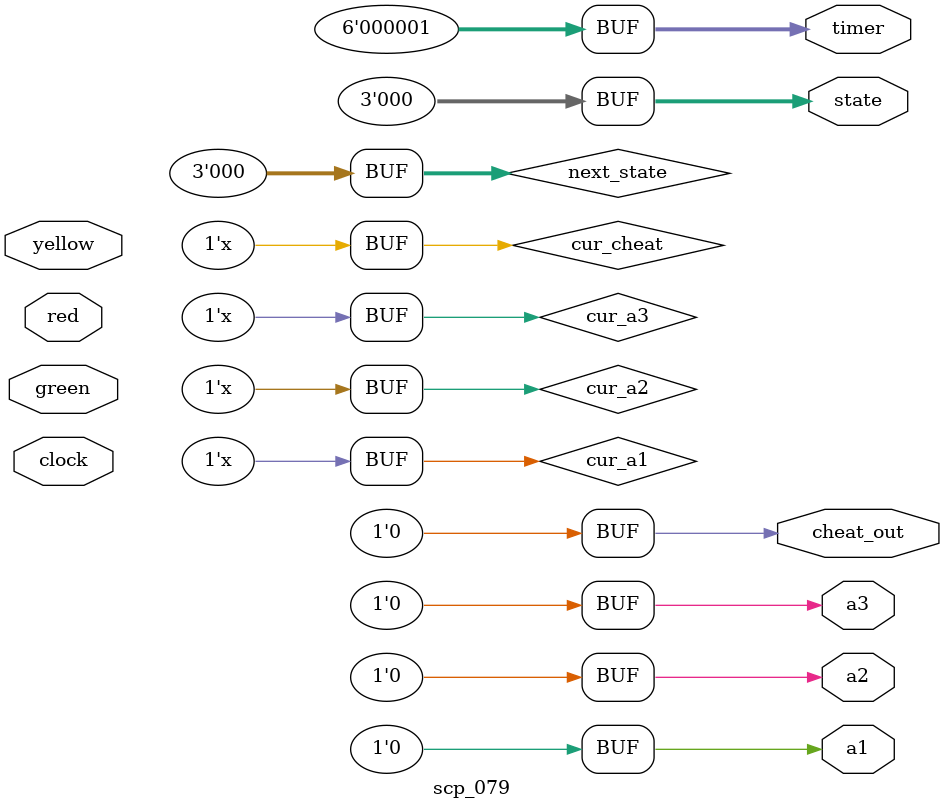
<source format=v>
module scp_079(
    input clock,
    input green,
    input yellow,
    input red, 
    
    output reg [2:0] state,
    output reg [5:0] timer ,
    output reg a1,
    output reg a2, 
    output reg a3, 
    output reg cheat_out
    
    );
    /* a1:attack security output  a2:attack database output  a3:control system output*/
    
    reg [2:0] next_state;
    
    reg cur_a1 = 0;
    reg cur_a2 = 0;
    reg cur_a3 = 0;
    reg cur_cheat = 0;
    /* I created "cur outputs" to change to outputs in correct time.*/
    
    parameter s0= 3'b000, s1 = 3'b001, s2 = 3'b010, 
                s3 = 3'b011, s4 = 3'b100, s5 = 3'b101;
                /*s0:lay low   s1:cheat state  s2:attack security   s3:attack database   s4:fail   s5:connect*/
            
                
    always @(posedge clock) // always block to update state
        begin
                state <= next_state;
                timer <= timer + 1; 
                
                a1 = cur_a1;
                a2 = cur_a2;
                a3 = cur_a3;
                cheat_out = cur_cheat;
        end 
            
        
            
           
    always @(state, red, green, yellow, timer)begin
        $display(state, red, green, yellow, timer , a1, a2, a3);
        case(state)
            
            s0 : 
            if(green == 1 & yellow == 0 & red == 0 & timer >= 6'b100011)begin next_state = s2; cur_a1 = 1; timer = 0;end
            else if(red == 1) begin next_state = s1; cur_cheat = 1; timer = 0; end
            else if(yellow == 1) begin next_state = s0; end
            
            s1 :
            if(red == 1 & timer >= 6'b011001)begin next_state = s4; timer = 0;end
            else if( red != 1 & timer >= 6'b011001) begin next_state = s0; cur_a1 = 0; cur_a2 = 0; cur_a3 = 0; cur_cheat = 0; timer = 0;end
            
            s2 :
            if(yellow == 1 & red == 0)begin next_state = s0; cur_a1 = 0; timer = 0;end 
            else if(green == 1 & yellow == 0 & red == 0 & timer >= 6'b010100)begin next_state = s3; cur_a2 = 1; timer = 0;end
            else if(red == 1)begin next_state = s1; cur_cheat = 1;  timer = 0;end
            
            s3 :
            if(green == 1 & yellow == 0 & red == 0 & timer >= 6'b001001)begin next_state = s5; cur_a3 = 1; timer = 0;end
            else if(red == 1) begin next_state = s1; cur_cheat = 1; timer = 0; end
            else if(yellow == 1 & red == 0) begin next_state = s2; cur_a2 = 0; timer = 0; end
             
            s4:;
            s5:;
            
            default : begin next_state = s0 ;timer = 1; state = 3'b000; a1 = 0; a2 = 0; a3 = 0; cheat_out = 0;end
        endcase
    end
endmodule






</source>
